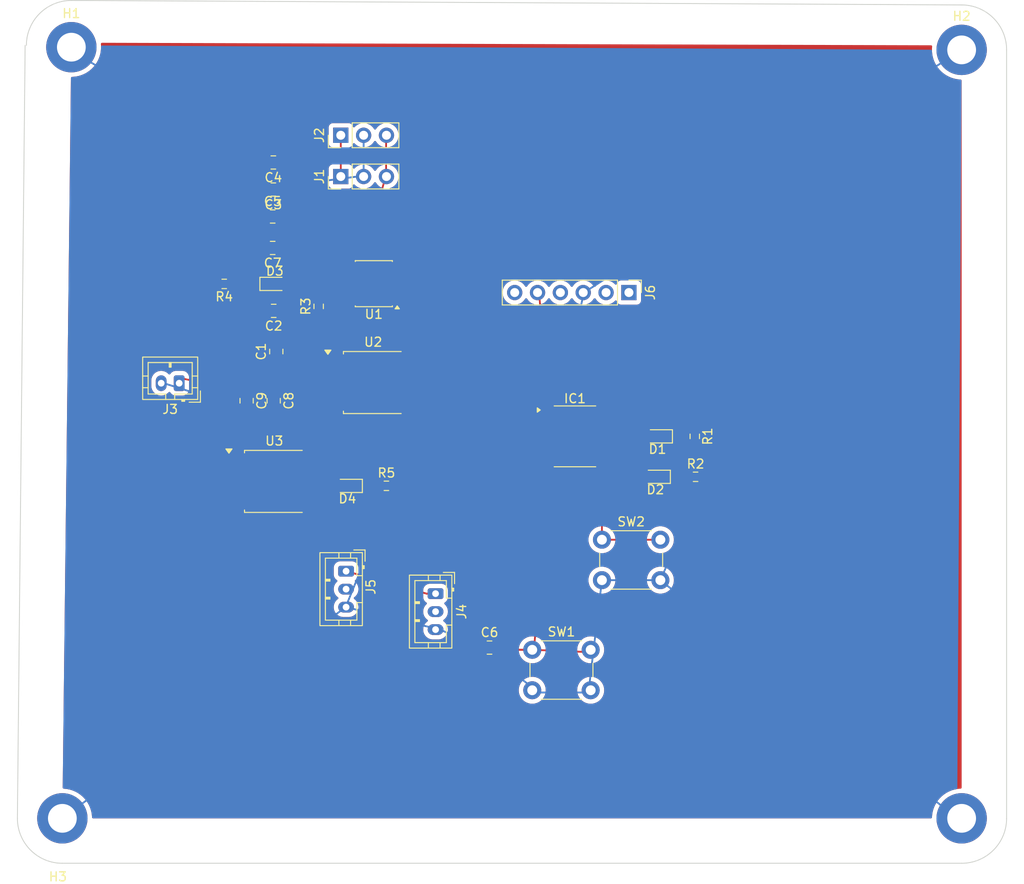
<source format=kicad_pcb>
(kicad_pcb (version 20241229) (generator "pcbnew") (generator_version "9.0")
  (layers (0 "F.Cu" signal) (2 "B.Cu" signal) (13 "F.Paste" user) (15 "B.Paste" user) (5 "F.SilkS" user "F.Silkscreen") (7 "B.SilkS" user "B.Silkscreen") (1 "F.Mask" user) (3 "B.Mask" user) (25 "Edge.Cuts" user))
  (net 0 "")
  (net 1 "ALIM_Trans")
  (net 2 "GND")
  (net 3 "VDD{slash}VDDA")
  (net 4 "NRST")
  (net 5 "Net-(D1-K)")
  (net 6 "Green_LED")
  (net 7 "Net-(D2-K)")
  (net 8 "LED_MOTEUR")
  (net 9 "Net-(D3-K)")
  (net 10 "Net-(D4-K)")
  (net 13 "FDCAN1_TX")
  (net 16 "TIM2_CH2")
  (net 18 "D_Botton")
  (net 19 "DEBUG_SWCLK")
  (net 22 "TIM2_CH1")
  (net 24 "DEBUG_SWDIO")
  (net 25 "FDCAN1_RX")
  (net 26 "CANH")
  (net 27 "CANL")
  (footprint "Capacitor_SMD:C_0805_2012Metric_Pad1.18x1.45mm_HandSolder" (layer "F.Cu") (at 120.49 89.0375 -90)
    (property "Reference" "C9" (at 0 -1.68 90) (layer "F.SilkS"))
    (property "Value" "10µF")
    (fp_line (start -0.261252 0.735) (end 0.261252 0.735) (stroke (width 0.12)) (layer "F.SilkS"))
    (fp_line (start -0.261252 -0.735) (end 0.261252 -0.735) (stroke (width 0.12)) (layer "F.SilkS"))
    (pad "1" smd roundrect (at -1.0375 0 270) (size 1.175 1.45) (layers "F.Cu" "F.Mask" "F.Paste") (roundrect_rratio 0.212766) (net 1 "ALIM_Trans"))
    (pad "2" smd roundrect (at 1.0375 0 270) (size 1.175 1.45) (layers "F.Cu" "F.Mask" "F.Paste") (roundrect_rratio 0.212766) (net 2 "GND"))
  )
  (footprint "Connector_PinHeader_2.54mm:PinHeader_1x03_P2.54mm_Vertical" (layer "F.Cu") (at 130.96 59.5 90)
    (property "Reference" "J2" (at 0 -2.38 90) (layer "F.SilkS"))
    (property "Value" "Conn_01x03_Pin")
    (fp_line (start -1.38 -1.38) (end 0 -1.38) (stroke (width 0.12)) (layer "F.SilkS"))
    (fp_line (start -1.38 0) (end -1.38 -1.38) (stroke (width 0.12)) (layer "F.SilkS"))
    (fp_line (start 1.38 1.27) (end 1.38 6.46) (stroke (width 0.12)) (layer "F.SilkS"))
    (fp_line (start -1.38 1.27) (end 1.38 1.27) (stroke (width 0.12)) (layer "F.SilkS"))
    (fp_line (start -1.38 1.27) (end -1.38 6.46) (stroke (width 0.12)) (layer "F.SilkS"))
    (fp_line (start -1.38 6.46) (end 1.38 6.46) (stroke (width 0.12)) (layer "F.SilkS"))
    (pad "1" thru_hole rect (at 0 0 90) (size 1.7 1.7) (drill 1) (layers "*.Cu" "*.Mask") (net 26 "CANH"))
    (pad "2" thru_hole circle (at 0 2.54 90) (size 1.7 1.7) (drill 1) (layers "*.Cu" "*.Mask") (net 2 "GND"))
    (pad "3" thru_hole circle (at 0 5.08 90) (size 1.7 1.7) (drill 1) (layers "*.Cu" "*.Mask") (net 27 "CANL"))
  )
  (footprint "Capacitor_SMD:C_0805_2012Metric_Pad1.18x1.45mm_HandSolder" (layer "F.Cu") (at 123.5 79.0375 180)
    (property "Reference" "C2" (at 0 -1.68 0) (layer "F.SilkS"))
    (property "Value" "10µF")
    (fp_line (start -0.261252 0.735) (end 0.261252 0.735) (stroke (width 0.12)) (layer "F.SilkS"))
    (fp_line (start -0.261252 -0.735) (end 0.261252 -0.735) (stroke (width 0.12)) (layer "F.SilkS"))
    (pad "1" smd roundrect (at -1.0375 0 180) (size 1.175 1.45) (layers "F.Cu" "F.Mask" "F.Paste") (roundrect_rratio 0.212766) (net 3 "VDD{slash}VDDA"))
    (pad "2" smd roundrect (at 1.0375 0 180) (size 1.175 1.45) (layers "F.Cu" "F.Mask" "F.Paste") (roundrect_rratio 0.212766) (net 2 "GND"))
  )
  (footprint "Capacitor_SMD:C_0805_2012Metric_Pad1.18x1.45mm_HandSolder" (layer "F.Cu") (at 123.7875 83.5625 90)
    (property "Reference" "C1" (at 0 -1.68 90) (layer "F.SilkS"))
    (property "Value" "10µF")
    (fp_line (start -0.261252 -0.735) (end 0.261252 -0.735) (stroke (width 0.12)) (layer "F.SilkS"))
    (fp_line (start -0.261252 0.735) (end 0.261252 0.735) (stroke (width 0.12)) (layer "F.SilkS"))
    (pad "1" smd roundrect (at -1.0375 0 90) (size 1.175 1.45) (layers "F.Cu" "F.Mask" "F.Paste") (roundrect_rratio 0.212766) (net 1 "ALIM_Trans"))
    (pad "2" smd roundrect (at 1.0375 0 90) (size 1.175 1.45) (layers "F.Cu" "F.Mask" "F.Paste") (roundrect_rratio 0.212766) (net 2 "GND"))
  )
  (footprint "Package_SO:SOIC-8_3.9x4.9mm_P1.27mm" (layer "F.Cu") (at 134.635 76.0125 180)
    (property "Reference" "U1" (at 0 -3.4 0) (layer "F.SilkS"))
    (property "Value" "MCP2562-E-SN")
    (fp_line (start 2.06 2.56) (end -2.06 2.56) (stroke (width 0.12)) (layer "F.SilkS"))
    (fp_line (start 2.06 2.465) (end 2.06 2.56) (stroke (width 0.12)) (layer "F.SilkS"))
    (fp_line (start 2.06 -2.56) (end 2.06 -2.465) (stroke (width 0.12)) (layer "F.SilkS"))
    (fp_line (start -2.06 2.56) (end -2.06 2.465) (stroke (width 0.12)) (layer "F.SilkS"))
    (fp_line (start -2.06 -2.465) (end -2.06 -2.56) (stroke (width 0.12)) (layer "F.SilkS"))
    (fp_line (start -2.06 -2.56) (end 2.06 -2.56) (stroke (width 0.12)) (layer "F.SilkS"))
    (fp_poly (pts (xy -2.6 -2.47) (xy -2.84 -2.8) (xy -2.36 -2.8)) (stroke (width 0.12)) (fill yes) (layer "F.SilkS"))
    (pad "1" smd roundrect (at -2.475 -1.905 180) (size 1.95 0.6) (layers "F.Cu" "F.Mask" "F.Paste") (net 13 "FDCAN1_TX"))
    (pad "2" smd roundrect (at -2.475 -0.635 180) (size 1.95 0.6) (layers "F.Cu" "F.Mask" "F.Paste") (net 2 "GND"))
    (pad "3" smd roundrect (at -2.475 0.635 180) (size 1.95 0.6) (layers "F.Cu" "F.Mask" "F.Paste") (net 1 "ALIM_Trans"))
    (pad "4" smd roundrect (at -2.475 1.905 180) (size 1.95 0.6) (layers "F.Cu" "F.Mask" "F.Paste") (net 25 "FDCAN1_RX"))
    (pad "5" smd roundrect (at 2.475 1.905 180) (size 1.95 0.6) (layers "F.Cu" "F.Mask" "F.Paste") (net 3 "VDD{slash}VDDA"))
    (pad "6" smd roundrect (at 2.475 0.635 180) (size 1.95 0.6) (layers "F.Cu" "F.Mask" "F.Paste") (net 27 "CANL"))
    (pad "7" smd roundrect (at 2.475 -0.635 180) (size 1.95 0.6) (layers "F.Cu" "F.Mask" "F.Paste") (net 26 "CANH"))
    (pad "8" smd roundrect (at 2.475 -1.905 180) (size 1.95 0.6) (layers "F.Cu" "F.Mask" "F.Paste") (net 2 "GND"))
  )
  (footprint "MountingHole:MountingHole_3.2mm_M3_DIN965_Pad" (layer "F.Cu") (at 100 135.5)
    (property "Reference" "H3" (at -0.5 6.5 0) (layer "F.SilkS"))
    (property "Value" "MountingHole_Pad")
    (pad "1" thru_hole circle (at 0 0) (size 5.6 5.6) (drill 3.2) (layers "*.Cu" "*.Mask") (net 2 "GND"))
  )
  (footprint "MountingHole:MountingHole_3.2mm_M3_DIN965_Pad" (layer "F.Cu") (at 101 49.7)
    (property "Reference" "H1" (at 0 -3.75 0) (layer "F.SilkS"))
    (property "Value" "MountingHole_Pad")
    (pad "1" thru_hole circle (at 0 0) (size 5.6 5.6) (drill 3.2) (layers "*.Cu" "*.Mask") (net 2 "GND"))
  )
  (footprint "Package_TO_SOT_SMD:TO-252-3_TabPin2" (layer "F.Cu") (at 123.565 98.0125)
    (property "Reference" "U3" (at 0 -4.5 0) (layer "F.SilkS"))
    (property "Value" "LM1117DT-5.0")
    (fp_line (start -3.31 -3.45) (end -3.31 -3.18) (stroke (width 0.12)) (layer "F.SilkS"))
    (fp_line (start -3.31 3.45) (end -3.31 3.18) (stroke (width 0.12)) (layer "F.SilkS"))
    (fp_line (start 3.11 -3.45) (end -3.31 -3.45) (stroke (width 0.12)) (layer "F.SilkS"))
    (fp_line (start 3.11 3.45) (end -3.31 3.45) (stroke (width 0.12)) (layer "F.SilkS"))
    (fp_poly (pts (xy -5.04 -3.14) (xy -5.38 -3.61) (xy -4.7 -3.61)) (stroke (width 0.12)) (fill yes) (layer "F.SilkS"))
    (pad "1" smd roundrect (at -5.04 -2.28) (size 2.2 1.2) (layers "F.Cu" "F.Mask" "F.Paste") (roundrect_rratio 0.208333) (net 2 "GND"))
    (pad "2" smd roundrect (at -5.04 0) (size 2.2 1.2) (layers "F.Cu" "F.Mask" "F.Paste") (roundrect_rratio 0.208333) (net 1 "ALIM_Trans"))
    (pad "2" smd roundrect (at 1.26 0) (size 6.4 5.8) (layers "F.Cu" "F.Mask") (roundrect_rratio 0.043103) (net 1 "ALIM_Trans"))
    (pad "3" smd roundrect (at -5.04 2.28) (size 2.2 1.2) (layers "F.Cu" "F.Mask" "F.Paste") (roundrect_rratio 0.208333) (net 1 "ALIM_Trans"))
  )
  (footprint "Button_Switch_THT:SW_PUSH_6mm" (layer "F.Cu") (at 160 104.5)
    (property "Reference" "SW2" (at 3.25 -2 0) (layer "F.SilkS"))
    (property "Value" "Debug_Botton")
    (fp_line (start -0.25 1.5) (end -0.25 3) (stroke (width 0.12)) (layer "F.SilkS"))
    (fp_line (start 1 5.5) (end 5.5 5.5) (stroke (width 0.12)) (layer "F.SilkS"))
    (fp_line (start 5.5 -1) (end 1 -1) (stroke (width 0.12)) (layer "F.SilkS"))
    (fp_line (start 6.75 3) (end 6.75 1.5) (stroke (width 0.12)) (layer "F.SilkS"))
    (pad "1" thru_hole circle (at 0 0 90) (size 2 2) (drill 1.1) (layers "*.Cu" "*.Mask") (net 18 "D_Botton"))
    (pad "1" thru_hole circle (at 6.5 0 90) (size 2 2) (drill 1.1) (layers "*.Cu" "*.Mask") (net 18 "D_Botton"))
    (pad "2" thru_hole circle (at 0 4.5 90) (size 2 2) (drill 1.1) (layers "*.Cu" "*.Mask") (net 2 "GND"))
    (pad "2" thru_hole circle (at 6.5 4.5 90) (size 2 2) (drill 1.1) (layers "*.Cu" "*.Mask") (net 2 "GND"))
  )
  (footprint "Resistor_SMD:R_0603_1608Metric_Pad0.98x0.95mm_HandSolder" (layer "F.Cu") (at 170.325 93 -90)
    (property "Reference" "R1" (at 0 -1.43 90) (layer "F.SilkS"))
    (property "Value" "330")
    (fp_line (start -0.254724 0.5225) (end 0.254724 0.5225) (stroke (width 0.12)) (layer "F.SilkS"))
    (fp_line (start -0.254724 -0.5225) (end 0.254724 -0.5225) (stroke (width 0.12)) (layer "F.SilkS"))
    (pad "1" smd roundrect (at -0.9125 0 270) (size 0.975 0.95) (layers "F.Cu" "F.Mask" "F.Paste") (net 5 "Net-(D1-K)"))
    (pad "2" smd roundrect (at 0.9125 0 270) (size 0.975 0.95) (layers "F.Cu" "F.Mask" "F.Paste") (net 2 "GND"))
  )
  (footprint "Connector_PinHeader_2.54mm:PinHeader_1x06_P2.54mm_Vertical" (layer "F.Cu") (at 163 77 -90)
    (property "Reference" "J6" (at 0 -2.38 90) (layer "F.SilkS"))
    (property "Value" "Conn_01x06_Pin")
    (fp_line (start -1.38 14.08) (end 1.38 14.08) (stroke (width 0.12)) (layer "F.SilkS"))
    (fp_line (start -1.38 1.27) (end -1.38 14.08) (stroke (width 0.12)) (layer "F.SilkS"))
    (fp_line (start -1.38 1.27) (end 1.38 1.27) (stroke (width 0.12)) (layer "F.SilkS"))
    (fp_line (start 1.38 1.27) (end 1.38 14.08) (stroke (width 0.12)) (layer "F.SilkS"))
    (fp_line (start -1.38 0) (end -1.38 -1.38) (stroke (width 0.12)) (layer "F.SilkS"))
    (fp_line (start -1.38 -1.38) (end 0 -1.38) (stroke (width 0.12)) (layer "F.SilkS"))
    (pad "1" thru_hole rect (at 0 0 270) (size 1.7 1.7) (drill 1) (layers "*.Cu" "*.Mask") (net 3 "VDD{slash}VDDA"))
    (pad "2" thru_hole circle (at 0 2.54 270) (size 1.7 1.7) (drill 1) (layers "*.Cu" "*.Mask") (net 19 "DEBUG_SWCLK"))
    (pad "3" thru_hole circle (at 0 5.08 270) (size 1.7 1.7) (drill 1) (layers "*.Cu" "*.Mask") (net 2 "GND"))
    (pad "4" thru_hole circle (at 0 7.62 270) (size 1.7 1.7) (drill 1) (layers "*.Cu" "*.Mask") (net 24 "DEBUG_SWDIO"))
    (pad "5" thru_hole circle (at 0 10.16 270) (size 1.7 1.7) (drill 1) (layers "*.Cu" "*.Mask") (net 4 "NRST"))
    (pad "6" thru_hole circle (at 0 12.7 270) (size 1.7 1.7) (drill 1) (layers "*.Cu" "*.Mask"))
  )
  (footprint "MountingHole:MountingHole_3.2mm_M3_DIN965_Pad" (layer "F.Cu") (at 200 135.5)
    (property "Reference" "H4" (hide yes))
    (property "Value" "MountingHole_Pad")
    (pad "1" thru_hole circle (at 0 0) (size 5.6 5.6) (drill 3.2) (layers "*.Cu" "*.Mask") (net 2 "GND"))
  )
  (footprint "Capacitor_SMD:C_0805_2012Metric_Pad1.18x1.45mm_HandSolder" (layer "F.Cu") (at 123.4625 62.5275 180)
    (property "Reference" "C4" (at 0 -1.68 0) (layer "F.SilkS"))
    (property "Value" "100nF")
    (fp_line (start -0.261252 0.735) (end 0.261252 0.735) (stroke (width 0.12)) (layer "F.SilkS"))
    (fp_line (start -0.261252 -0.735) (end 0.261252 -0.735) (stroke (width 0.12)) (layer "F.SilkS"))
    (pad "1" smd roundrect (at -1.0375 0 180) (size 1.175 1.45) (layers "F.Cu" "F.Mask" "F.Paste") (roundrect_rratio 0.212766) (net 3 "VDD{slash}VDDA"))
    (pad "2" smd roundrect (at 1.0375 0 180) (size 1.175 1.45) (layers "F.Cu" "F.Mask" "F.Paste") (roundrect_rratio 0.212766) (net 2 "GND"))
  )
  (footprint "Diode_SMD:D_0603_1608Metric_Pad1.05x0.95mm_HandSolder" (layer "F.Cu") (at 123.625 76.0375)
    (property "Reference" "D3" (at 0 -1.43 0) (layer "F.SilkS"))
    (property "Value" "LED_Alim")
    (fp_line (start -1.66 -0.735) (end -1.66 0.735) (stroke (width 0.12)) (layer "F.SilkS"))
    (fp_line (start -1.66 0.735) (end 0.8 0.735) (stroke (width 0.12)) (layer "F.SilkS"))
    (fp_line (start 0.8 -0.735) (end -1.66 -0.735) (stroke (width 0.12)) (layer "F.SilkS"))
    (pad "1" smd roundrect (at -0.875 0) (size 1.05 0.95) (layers "F.Cu" "F.Mask" "F.Paste") (net 9 "Net-(D3-K)"))
    (pad "2" smd roundrect (at 0.875 0) (size 1.05 0.95) (layers "F.Cu" "F.Mask" "F.Paste") (net 3 "VDD{slash}VDDA"))
  )
  (footprint "Capacitor_SMD:C_0805_2012Metric_Pad1.18x1.45mm_HandSolder" (layer "F.Cu") (at 123.4625 65.5375 180)
    (property "Reference" "C3" (at 0 -1.68 0) (layer "F.SilkS"))
    (property "Value" "4.7µF")
    (fp_line (start -0.261252 0.735) (end 0.261252 0.735) (stroke (width 0.12)) (layer "F.SilkS"))
    (fp_line (start -0.261252 -0.735) (end 0.261252 -0.735) (stroke (width 0.12)) (layer "F.SilkS"))
    (pad "1" smd roundrect (at -1.0375 0 180) (size 1.175 1.45) (layers "F.Cu" "F.Mask" "F.Paste") (roundrect_rratio 0.212766) (net 3 "VDD{slash}VDDA"))
    (pad "2" smd roundrect (at 1.0375 0 180) (size 1.175 1.45) (layers "F.Cu" "F.Mask" "F.Paste") (roundrect_rratio 0.212766) (net 2 "GND"))
  )
  (footprint "Diode_SMD:D_0603_1608Metric_Pad1.05x0.95mm_HandSolder" (layer "F.Cu") (at 131.7 98.5125 180)
    (property "Reference" "D4" (at 0 -1.43 0) (layer "F.SilkS"))
    (property "Value" "LED_Trans")
    (fp_line (start 0.8 -0.735) (end -1.66 -0.735) (stroke (width 0.12)) (layer "F.SilkS"))
    (fp_line (start -1.66 0.735) (end 0.8 0.735) (stroke (width 0.12)) (layer "F.SilkS"))
    (fp_line (start -1.66 -0.735) (end -1.66 0.735) (stroke (width 0.12)) (layer "F.SilkS"))
    (pad "1" smd roundrect (at -0.875 0 180) (size 1.05 0.95) (layers "F.Cu" "F.Mask" "F.Paste") (net 10 "Net-(D4-K)"))
    (pad "2" smd roundrect (at 0.875 0 180) (size 1.05 0.95) (layers "F.Cu" "F.Mask" "F.Paste") (net 1 "ALIM_Trans"))
  )
  (footprint "Capacitor_SMD:C_0805_2012Metric_Pad1.18x1.45mm_HandSolder" (layer "F.Cu") (at 123.5 89.0375 -90)
    (property "Reference" "C8" (at 0 -1.68 90) (layer "F.SilkS"))
    (property "Value" "10µF")
    (fp_line (start -0.261252 0.735) (end 0.261252 0.735) (stroke (width 0.12)) (layer "F.SilkS"))
    (fp_line (start -0.261252 -0.735) (end 0.261252 -0.735) (stroke (width 0.12)) (layer "F.SilkS"))
    (pad "1" smd roundrect (at -1.0375 0 270) (size 1.175 1.45) (layers "F.Cu" "F.Mask" "F.Paste") (roundrect_rratio 0.212766) (net 1 "ALIM_Trans"))
    (pad "2" smd roundrect (at 1.0375 0 270) (size 1.175 1.45) (layers "F.Cu" "F.Mask" "F.Paste") (roundrect_rratio 0.212766) (net 2 "GND"))
  )
  (footprint "Capacitor_SMD:C_0805_2012Metric_Pad1.18x1.45mm_HandSolder" (layer "F.Cu") (at 123.3875 68.5375)
    (property "Reference" "C5" (at 0 -1.68 0) (layer "F.SilkS"))
    (property "Value" "100nF")
    (fp_line (start -0.261252 -0.735) (end 0.261252 -0.735) (stroke (width 0.12)) (layer "F.SilkS"))
    (fp_line (start -0.261252 0.735) (end 0.261252 0.735) (stroke (width 0.12)) (layer "F.SilkS"))
    (pad "1" smd roundrect (at -1.0375 0) (size 1.175 1.45) (layers "F.Cu" "F.Mask" "F.Paste") (roundrect_rratio 0.212766) (net 2 "GND"))
    (pad "2" smd roundrect (at 1.0375 0) (size 1.175 1.45) (layers "F.Cu" "F.Mask" "F.Paste") (roundrect_rratio 0.212766) (net 3 "VDD{slash}VDDA"))
  )
  (footprint "Resistor_SMD:R_0603_1608Metric_Pad0.98x0.95mm_HandSolder" (layer "F.Cu") (at 170.4125 97.5)
    (property "Reference" "R2" (at 0 -1.43 0) (layer "F.SilkS"))
    (property "Value" "100")
    (fp_line (start -0.254724 -0.5225) (end 0.254724 -0.5225) (stroke (width 0.12)) (layer "F.SilkS"))
    (fp_line (start -0.254724 0.5225) (end 0.254724 0.5225) (stroke (width 0.12)) (layer "F.SilkS"))
    (pad "1" smd roundrect (at -0.9125 0) (size 0.975 0.95) (layers "F.Cu" "F.Mask" "F.Paste") (net 7 "Net-(D2-K)"))
    (pad "2" smd roundrect (at 0.9125 0) (size 0.975 0.95) (layers "F.Cu" "F.Mask" "F.Paste") (net 2 "GND"))
  )
  (footprint "Button_Switch_THT:SW_PUSH_6mm" (layer "F.Cu") (at 152.25 116.75)
    (property "Reference" "SW1" (at 3.25 -2 0) (layer "F.SilkS"))
    (property "Value" "Reset_Botton")
    (fp_line (start -0.25 1.5) (end -0.25 3) (stroke (width 0.12)) (layer "F.SilkS"))
    (fp_line (start 1 5.5) (end 5.5 5.5) (stroke (width 0.12)) (layer "F.SilkS"))
    (fp_line (start 5.5 -1) (end 1 -1) (stroke (width 0.12)) (layer "F.SilkS"))
    (fp_line (start 6.75 3) (end 6.75 1.5) (stroke (width 0.12)) (layer "F.SilkS"))
    (pad "1" thru_hole circle (at 0 0 90) (size 2 2) (drill 1.1) (layers "*.Cu" "*.Mask") (net 4 "NRST"))
    (pad "1" thru_hole circle (at 6.5 0 90) (size 2 2) (drill 1.1) (layers "*.Cu" "*.Mask") (net 4 "NRST"))
    (pad "2" thru_hole circle (at 0 4.5 90) (size 2 2) (drill 1.1) (layers "*.Cu" "*.Mask") (net 2 "GND"))
    (pad "2" thru_hole circle (at 6.5 4.5 90) (size 2 2) (drill 1.1) (layers "*.Cu" "*.Mask") (net 2 "GND"))
  )
  (footprint "Diode_SMD:D_0603_1608Metric_Pad1.05x0.95mm_HandSolder" (layer "F.Cu") (at 166.18 93 180)
    (property "Reference" "D1" (at 0 -1.43 0) (layer "F.SilkS"))
    (property "Value" "Green_LED")
    (fp_line (start 0.8 -0.735) (end -1.66 -0.735) (stroke (width 0.12)) (layer "F.SilkS"))
    (fp_line (start -1.66 0.735) (end 0.8 0.735) (stroke (width 0.12)) (layer "F.SilkS"))
    (fp_line (start -1.66 -0.735) (end -1.66 0.735) (stroke (width 0.12)) (layer "F.SilkS"))
    (pad "1" smd roundrect (at -0.875 0 180) (size 1.05 0.95) (layers "F.Cu" "F.Mask" "F.Paste") (net 5 "Net-(D1-K)"))
    (pad "2" smd roundrect (at 0.875 0 180) (size 1.05 0.95) (layers "F.Cu" "F.Mask" "F.Paste") (net 6 "Green_LED"))
  )
  (footprint "Capacitor_SMD:C_0805_2012Metric_Pad1.18x1.45mm_HandSolder" (layer "F.Cu") (at 123.3875 72.0375 180)
    (property "Reference" "C7" (at 0 -1.68 0) (layer "F.SilkS"))
    (property "Value" "100nF")
    (fp_line (start -0.261252 0.735) (end 0.261252 0.735) (stroke (width 0.12)) (layer "F.SilkS"))
    (fp_line (start -0.261252 -0.735) (end 0.261252 -0.735) (stroke (width 0.12)) (layer "F.SilkS"))
    (pad "1" smd roundrect (at -1.0375 0 180) (size 1.175 1.45) (layers "F.Cu" "F.Mask" "F.Paste") (roundrect_rratio 0.212766) (net 3 "VDD{slash}VDDA"))
    (pad "2" smd roundrect (at 1.0375 0 180) (size 1.175 1.45) (layers "F.Cu" "F.Mask" "F.Paste") (roundrect_rratio 0.212766) (net 2 "GND"))
  )
  (footprint "Connector_PinHeader_2.54mm:PinHeader_1x03_P2.54mm_Vertical" (layer "F.Cu") (at 130.96 64.09 90)
    (property "Reference" "J1" (at 0 -2.38 90) (layer "F.SilkS"))
    (property "Value" "Conn_01x03_Pin")
    (fp_line (start -1.38 -1.38) (end 0 -1.38) (stroke (width 0.12)) (layer "F.SilkS"))
    (fp_line (start -1.38 0) (end -1.38 -1.38) (stroke (width 0.12)) (layer "F.SilkS"))
    (fp_line (start 1.38 1.27) (end 1.38 6.46) (stroke (width 0.12)) (layer "F.SilkS"))
    (fp_line (start -1.38 1.27) (end 1.38 1.27) (stroke (width 0.12)) (layer "F.SilkS"))
    (fp_line (start -1.38 1.27) (end -1.38 6.46) (stroke (width 0.12)) (layer "F.SilkS"))
    (fp_line (start -1.38 6.46) (end 1.38 6.46) (stroke (width 0.12)) (layer "F.SilkS"))
    (pad "1" thru_hole rect (at 0 0 90) (size 1.7 1.7) (drill 1) (layers "*.Cu" "*.Mask") (net 26 "CANH"))
    (pad "2" thru_hole circle (at 0 2.54 90) (size 1.7 1.7) (drill 1) (layers "*.Cu" "*.Mask") (net 2 "GND"))
    (pad "3" thru_hole circle (at 0 5.08 90) (size 1.7 1.7) (drill 1) (layers "*.Cu" "*.Mask") (net 27 "CANL"))
  )
  (footprint "Package_SO:TSSOP-20_4.4x6.5mm_P0.65mm" (layer "F.Cu") (at 157 93)
    (property "Reference" "IC1" (at 0 -4.2 0) (layer "F.SilkS"))
    (property "Value" "STM32C092FCP6")
    (fp_line (start -2.31 -3.385) (end 2.31 -3.385) (stroke (width 0.12)) (layer "F.SilkS"))
    (fp_line (start 2.31 3.385) (end -2.31 3.385) (stroke (width 0.12)) (layer "F.SilkS"))
    (fp_poly (pts (xy -3.86 -2.93) (xy -4.19 -2.69) (xy -4.19 -3.17)) (stroke (width 0.12)) (fill yes) (layer "F.SilkS"))
    (pad "1" smd roundrect (at -2.8625 -2.925) (size 1.475 0.4) (layers "F.Cu" "F.Mask" "F.Paste"))
    (pad "2" smd roundrect (at -2.8625 -2.275) (size 1.475 0.4) (layers "F.Cu" "F.Mask" "F.Paste"))
    (pad "3" smd roundrect (at -2.8625 -1.625) (size 1.475 0.4) (layers "F.Cu" "F.Mask" "F.Paste"))
    (pad "4" smd roundrect (at -2.8625 -0.975) (size 1.475 0.4) (layers "F.Cu" "F.Mask" "F.Paste") (net 3 "VDD{slash}VDDA"))
    (pad "5" smd roundrect (at -2.8625 -0.325) (size 1.475 0.4) (layers "F.Cu" "F.Mask" "F.Paste") (net 2 "GND"))
    (pad "6" smd roundrect (at -2.8625 0.325) (size 1.475 0.4) (layers "F.Cu" "F.Mask" "F.Paste") (net 4 "NRST"))
    (pad "7" smd roundrect (at -2.8625 0.975) (size 1.475 0.4) (layers "F.Cu" "F.Mask" "F.Paste") (net 22 "TIM2_CH1"))
    (pad "8" smd roundrect (at -2.8625 1.625) (size 1.475 0.4) (layers "F.Cu" "F.Mask" "F.Paste") (net 16 "TIM2_CH2"))
    (pad "9" smd roundrect (at -2.8625 2.275) (size 1.475 0.4) (layers "F.Cu" "F.Mask" "F.Paste"))
    (pad "10" smd roundrect (at -2.8625 2.925) (size 1.475 0.4) (layers "F.Cu" "F.Mask" "F.Paste"))
    (pad "11" smd roundrect (at 2.8625 2.925) (size 1.475 0.4) (layers "F.Cu" "F.Mask" "F.Paste") (net 18 "D_Botton"))
    (pad "12" smd roundrect (at 2.8625 2.275) (size 1.475 0.4) (layers "F.Cu" "F.Mask" "F.Paste") (net 8 "LED_MOTEUR"))
    (pad "13" smd roundrect (at 2.8625 1.625) (size 1.475 0.4) (layers "F.Cu" "F.Mask" "F.Paste"))
    (pad "14" smd roundrect (at 2.8625 0.975) (size 1.475 0.4) (layers "F.Cu" "F.Mask" "F.Paste"))
    (pad "15" smd roundrect (at 2.8625 0.325) (size 1.475 0.4) (layers "F.Cu" "F.Mask" "F.Paste") (net 25 "FDCAN1_RX"))
    (pad "16" smd roundrect (at 2.8625 -0.325) (size 1.475 0.4) (layers "F.Cu" "F.Mask" "F.Paste") (net 6 "Green_LED"))
    (pad "17" smd roundrect (at 2.8625 -0.975) (size 1.475 0.4) (layers "F.Cu" "F.Mask" "F.Paste"))
    (pad "18" smd roundrect (at 2.8625 -1.625) (size 1.475 0.4) (layers "F.Cu" "F.Mask" "F.Paste") (net 24 "DEBUG_SWDIO"))
    (pad "19" smd roundrect (at 2.8625 -2.275) (size 1.475 0.4) (layers "F.Cu" "F.Mask" "F.Paste") (net 19 "DEBUG_SWCLK"))
    (pad "20" smd roundrect (at 2.8625 -2.925) (size 1.475 0.4) (layers "F.Cu" "F.Mask" "F.Paste") (net 13 "FDCAN1_TX"))
  )
  (footprint "Connector_JST:JST_PH_B2B-PH-K_1x02_P2.00mm_Vertical" (layer "F.Cu") (at 112.99 87.0875 180)
    (property "Reference" "J3" (at 1 -2.9 0) (layer "F.SilkS"))
    (property "Value" "Conn_Alim")
    (fp_line (start 4.06 0.8) (end 3.45 0.8) (stroke (width 0.12)) (layer "F.SilkS"))
    (fp_line (start 4.06 -0.5) (end 3.45 -0.5) (stroke (width 0.12)) (layer "F.SilkS"))
    (fp_line (start 3.45 2.3) (end 3.45 -1.2) (stroke (width 0.12)) (layer "F.SilkS"))
    (fp_line (start 3.45 -1.2) (end 1.5 -1.2) (stroke (width 0.12)) (layer "F.SilkS"))
    (fp_line (start 1.5 -1.2) (end 1.5 -1.81) (stroke (width 0.12)) (layer "F.SilkS"))
    (fp_line (start 1.1 1.8) (end 1.1 2.3) (stroke (width 0.12)) (layer "F.SilkS"))
    (fp_line (start 1 2.3) (end 1 1.8) (stroke (width 0.12)) (layer "F.SilkS"))
    (fp_line (start 0.9 2.3) (end 0.9 1.8) (stroke (width 0.12)) (layer "F.SilkS"))
    (fp_line (start 0.9 1.8) (end 1.1 1.8) (stroke (width 0.12)) (layer "F.SilkS"))
    (fp_line (start 0.5 -1.2) (end -1.45 -1.2) (stroke (width 0.12)) (layer "F.SilkS"))
    (fp_line (start 0.5 -1.81) (end 0.5 -1.2) (stroke (width 0.12)) (layer "F.SilkS"))
    (fp_line (start -0.3 -1.81) (end -0.3 -2.01) (stroke (width 0.12)) (layer "F.SilkS"))
    (fp_line (start -0.3 -1.91) (end -0.6 -1.91) (stroke (width 0.12)) (layer "F.SilkS"))
    (fp_line (start -0.3 -2.01) (end -0.6 -2.01) (stroke (width 0.12)) (layer "F.SilkS"))
    (fp_line (start -0.6 -2.01) (end -0.6 -1.81) (stroke (width 0.12)) (layer "F.SilkS"))
    (fp_line (start -1.11 -2.11) (end -2.36 -2.11) (stroke (width 0.12)) (layer "F.SilkS"))
    (fp_line (start -1.45 2.3) (end 3.45 2.3) (stroke (width 0.12)) (layer "F.SilkS"))
    (fp_line (start -1.45 -1.2) (end -1.45 2.3) (stroke (width 0.12)) (layer "F.SilkS"))
    (fp_line (start -2.06 0.8) (end -1.45 0.8) (stroke (width 0.12)) (layer "F.SilkS"))
    (fp_line (start -2.06 -0.5) (end -1.45 -0.5) (stroke (width 0.12)) (layer "F.SilkS"))
    (fp_line (start -2.36 -2.11) (end -2.36 -0.86) (stroke (width 0.12)) (layer "F.SilkS"))
    (fp_rect (start -2.06 -1.81) (end 4.06 2.91) (stroke (width 0.12)) (fill no) (layer "F.SilkS"))
    (pad "1" thru_hole roundrect (at 0 0 180) (size 1.2 1.75) (drill 0.75) (layers "*.Cu" "*.Mask") (roundrect_rratio 0.208333) (net 1 "ALIM_Trans"))
    (pad "2" thru_hole oval (at 2 0 180) (size 1.2 1.75) (drill 0.75) (layers "*.Cu" "*.Mask") (net 2 "GND"))
  )
  (footprint "Package_TO_SOT_SMD:TO-252-3_TabPin2" (layer "F.Cu") (at 134.565 87.0125)
    (property "Reference" "U2" (at 0 -4.5 0) (layer "F.SilkS"))
    (property "Value" "LM1117DT-3.3")
    (fp_line (start -3.31 -3.45) (end -3.31 -3.18) (stroke (width 0.12)) (layer "F.SilkS"))
    (fp_line (start -3.31 3.45) (end -3.31 3.18) (stroke (width 0.12)) (layer "F.SilkS"))
    (fp_line (start 3.11 -3.45) (end -3.31 -3.45) (stroke (width 0.12)) (layer "F.SilkS"))
    (fp_line (start 3.11 3.45) (end -3.31 3.45) (stroke (width 0.12)) (layer "F.SilkS"))
    (fp_poly (pts (xy -5.04 -3.14) (xy -5.38 -3.61) (xy -4.7 -3.61)) (stroke (width 0.12)) (fill yes) (layer "F.SilkS"))
    (pad "1" smd roundrect (at -5.04 -2.28) (size 2.2 1.2) (layers "F.Cu" "F.Mask" "F.Paste") (roundrect_rratio 0.208333) (net 2 "GND"))
    (pad "2" smd roundrect (at -5.04 0) (size 2.2 1.2) (layers "F.Cu" "F.Mask" "F.Paste") (roundrect_rratio 0.208333) (net 3 "VDD{slash}VDDA"))
    (pad "2" smd roundrect (at 1.26 0) (size 6.4 5.8) (layers "F.Cu" "F.Mask") (roundrect_rratio 0.043103) (net 3 "VDD{slash}VDDA"))
    (pad "3" smd roundrect (at -5.04 2.28) (size 2.2 1.2) (layers "F.Cu" "F.Mask" "F.Paste") (roundrect_rratio 0.208333) (net 1 "ALIM_Trans"))
  )
  (footprint "Connector_JST:JST_PH_B3B-PH-K_1x03_P2.00mm_Vertical" (layer "F.Cu") (at 131.55 108 -90)
    (property "Reference" "J5" (at 1.75 -2.75 90) (layer "F.SilkS"))
    (property "Value" "Conn_Laser2")
    (fp_line (start -1.45 2.3) (end 5.45 2.3) (stroke (width 0.12)) (layer "F.SilkS"))
    (fp_line (start 0.9 2.3) (end 0.9 1.8) (stroke (width 0.12)) (layer "F.SilkS"))
    (fp_line (start 1 2.3) (end 1 1.8) (stroke (width 0.12)) (layer "F.SilkS"))
    (fp_line (start 2.9 2.3) (end 2.9 1.8) (stroke (width 0.12)) (layer "F.SilkS"))
    (fp_line (start 3 2.3) (end 3 1.8) (stroke (width 0.12)) (layer "F.SilkS"))
    (fp_line (start 5.45 2.3) (end 5.45 -1.2) (stroke (width 0.12)) (layer "F.SilkS"))
    (fp_line (start 0.9 1.8) (end 1.1 1.8) (stroke (width 0.12)) (layer "F.SilkS"))
    (fp_line (start 1.1 1.8) (end 1.1 2.3) (stroke (width 0.12)) (layer "F.SilkS"))
    (fp_line (start 2.9 1.8) (end 3.1 1.8) (stroke (width 0.12)) (layer "F.SilkS"))
    (fp_line (start 3.1 1.8) (end 3.1 2.3) (stroke (width 0.12)) (layer "F.SilkS"))
    (fp_line (start -2.06 0.8) (end -1.45 0.8) (stroke (width 0.12)) (layer "F.SilkS"))
    (fp_line (start 6.06 0.8) (end 5.45 0.8) (stroke (width 0.12)) (layer "F.SilkS"))
    (fp_line (start -2.06 -0.5) (end -1.45 -0.5) (stroke (width 0.12)) (layer "F.SilkS"))
    (fp_line (start 6.06 -0.5) (end 5.45 -0.5) (stroke (width 0.12)) (layer "F.SilkS"))
    (fp_line (start -1.45 -1.2) (end -1.45 2.3) (stroke (width 0.12)) (layer "F.SilkS"))
    (fp_line (start 0.5 -1.2) (end -1.45 -1.2) (stroke (width 0.12)) (layer "F.SilkS"))
    (fp_line (start 3.5 -1.2) (end 3.5 -1.81) (stroke (width 0.12)) (layer "F.SilkS"))
    (fp_line (start 5.45 -1.2) (end 3.5 -1.2) (stroke (width 0.12)) (layer "F.SilkS"))
    (fp_line (start -0.3 -1.81) (end -0.3 -2.01) (stroke (width 0.12)) (layer "F.SilkS"))
    (fp_line (start 0.5 -1.81) (end 0.5 -1.2) (stroke (width 0.12)) (layer "F.SilkS"))
    (fp_line (start -0.3 -1.91) (end -0.6 -1.91) (stroke (width 0.12)) (layer "F.SilkS"))
    (fp_line (start -0.6 -2.01) (end -0.6 -1.81) (stroke (width 0.12)) (layer "F.SilkS"))
    (fp_line (start -0.3 -2.01) (end -0.6 -2.01) (stroke (width 0.12)) (layer "F.SilkS"))
    (fp_line (start -2.36 -2.11) (end -2.36 -0.86) (stroke (width 0.12)) (layer "F.SilkS"))
    (fp_line (start -1.11 -2.11) (end -2.36 -2.11) (stroke (width 0.12)) (layer "F.SilkS"))
    (fp_rect (start -2.06 -1.81) (end 6.06 2.91) (stroke (width 0.12)) (fill no) (layer "F.SilkS"))
    (pad "1" thru_hole roundrect (at 0 0 270) (size 1.2 1.75) (drill 0.75) (layers "*.Cu" "*.Mask") (roundrect_rratio 0.208333) (net 3 "VDD{slash}VDDA"))
    (pad "2" thru_hole oval (at 2 0 270) (size 1.2 1.75) (drill 0.75) (layers "*.Cu" "*.Mask") (net 16 "TIM2_CH2"))
    (pad "3" thru_hole oval (at 4 0 270) (size 1.2 1.75) (drill 0.75) (layers "*.Cu" "*.Mask") (net 2 "GND"))
  )
  (footprint "Diode_SMD:D_0603_1608Metric_Pad1.05x0.95mm_HandSolder" (layer "F.Cu") (at 165.95 97.5 180)
    (property "Reference" "D2" (at 0 -1.43 0) (layer "F.SilkS"))
    (property "Value" "Blue_LED")
    (fp_line (start 0.8 -0.735) (end -1.66 -0.735) (stroke (width 0.12)) (layer "F.SilkS"))
    (fp_line (start -1.66 0.735) (end 0.8 0.735) (stroke (width 0.12)) (layer "F.SilkS"))
    (fp_line (start -1.66 -0.735) (end -1.66 0.735) (stroke (width 0.12)) (layer "F.SilkS"))
    (pad "1" smd roundrect (at -0.875 0 180) (size 1.05 0.95) (layers "F.Cu" "F.Mask" "F.Paste") (net 7 "Net-(D2-K)"))
    (pad "2" smd roundrect (at 0.875 0 180) (size 1.05 0.95) (layers "F.Cu" "F.Mask" "F.Paste") (net 8 "LED_MOTEUR"))
  )
  (footprint "MountingHole:MountingHole_3.2mm_M3_DIN965_Pad" (layer "F.Cu") (at 200 50)
    (property "Reference" "H2" (at 0 -3.75 0) (layer "F.SilkS"))
    (property "Value" "MountingHole_Pad")
    (pad "1" thru_hole circle (at 0 0) (size 5.6 5.6) (drill 3.2) (layers "*.Cu" "*.Mask") (net 2 "GND"))
  )
  (footprint "Capacitor_SMD:C_0805_2012Metric_Pad1.18x1.45mm_HandSolder" (layer "F.Cu") (at 147.5 116.5)
    (property "Reference" "C6" (at 0 -1.68 0) (layer "F.SilkS"))
    (property "Value" "100nF")
    (fp_line (start -0.261252 -0.735) (end 0.261252 -0.735) (stroke (width 0.12)) (layer "F.SilkS"))
    (fp_line (start -0.261252 0.735) (end 0.261252 0.735) (stroke (width 0.12)) (layer "F.SilkS"))
    (pad "1" smd roundrect (at -1.0375 0) (size 1.175 1.45) (layers "F.Cu" "F.Mask" "F.Paste") (roundrect_rratio 0.212766) (net 2 "GND"))
    (pad "2" smd roundrect (at 1.0375 0) (size 1.175 1.45) (layers "F.Cu" "F.Mask" "F.Paste") (roundrect_rratio 0.212766) (net 4 "NRST"))
  )
  (footprint "Resistor_SMD:R_0603_1608Metric_Pad0.98x0.95mm_HandSolder" (layer "F.Cu") (at 136.035 98.5025)
    (property "Reference" "R5" (at 0 -1.43 0) (layer "F.SilkS"))
    (property "Value" "330")
    (fp_line (start -0.254724 -0.5225) (end 0.254724 -0.5225) (stroke (width 0.12)) (layer "F.SilkS"))
    (fp_line (start -0.254724 0.5225) (end 0.254724 0.5225) (stroke (width 0.12)) (layer "F.SilkS"))
    (pad "1" smd roundrect (at -0.9125 0) (size 0.975 0.95) (layers "F.Cu" "F.Mask" "F.Paste") (net 10 "Net-(D4-K)"))
    (pad "2" smd roundrect (at 0.9125 0) (size 0.975 0.95) (layers "F.Cu" "F.Mask" "F.Paste") (net 2 "GND"))
  )
  (footprint "Connector_JST:JST_PH_B3B-PH-K_1x03_P2.00mm_Vertical" (layer "F.Cu") (at 141.5 110.5 -90)
    (property "Reference" "J4" (at 2 -2.9 90) (layer "F.SilkS"))
    (property "Value" "Conn_Laser1")
    (fp_line (start -1.45 2.3) (end 5.45 2.3) (stroke (width 0.12)) (layer "F.SilkS"))
    (fp_line (start 0.9 2.3) (end 0.9 1.8) (stroke (width 0.12)) (layer "F.SilkS"))
    (fp_line (start 1 2.3) (end 1 1.8) (stroke (width 0.12)) (layer "F.SilkS"))
    (fp_line (start 2.9 2.3) (end 2.9 1.8) (stroke (width 0.12)) (layer "F.SilkS"))
    (fp_line (start 3 2.3) (end 3 1.8) (stroke (width 0.12)) (layer "F.SilkS"))
    (fp_line (start 5.45 2.3) (end 5.45 -1.2) (stroke (width 0.12)) (layer "F.SilkS"))
    (fp_line (start 0.9 1.8) (end 1.1 1.8) (stroke (width 0.12)) (layer "F.SilkS"))
    (fp_line (start 1.1 1.8) (end 1.1 2.3) (stroke (width 0.12)) (layer "F.SilkS"))
    (fp_line (start 2.9 1.8) (end 3.1 1.8) (stroke (width 0.12)) (layer "F.SilkS"))
    (fp_line (start 3.1 1.8) (end 3.1 2.3) (stroke (width 0.12)) (layer "F.SilkS"))
    (fp_line (start -2.06 0.8) (end -1.45 0.8) (stroke (width 0.12)) (layer "F.SilkS"))
    (fp_line (start 6.06 0.8) (end 5.45 0.8) (stroke (width 0.12)) (layer "F.SilkS"))
    (fp_line (start -2.06 -0.5) (end -1.45 -0.5) (stroke (width 0.12)) (layer "F.SilkS"))
    (fp_line (start 6.06 -0.5) (end 5.45 -0.5) (stroke (width 0.12)) (layer "F.SilkS"))
    (fp_line (start -1.45 -1.2) (end -1.45 2.3) (stroke (width 0.12)) (layer "F.SilkS"))
    (fp_line (start 0.5 -1.2) (end -1.45 -1.2) (stroke (width 0.12)) (layer "F.SilkS"))
    (fp_line (start 3.5 -1.2) (end 3.5 -1.81) (stroke (width 0.12)) (layer "F.SilkS"))
    (fp_line (start 5.45 -1.2) (end 3.5 -1.2) (stroke (width 0.12)) (layer "F.SilkS"))
    (fp_line (start -0.3 -1.81) (end -0.3 -2.01) (stroke (width 0.12)) (layer "F.SilkS"))
    (fp_line (start 0.5 -1.81) (end 0.5 -1.2) (stroke (width 0.12)) (layer "F.SilkS"))
    (fp_line (start -0.3 -1.91) (end -0.6 -1.91) (stroke (width 0.12)) (layer "F.SilkS"))
    (fp_line (start -0.6 -2.01) (end -0.6 -1.81) (stroke (width 0.12)) (layer "F.SilkS"))
    (fp_line (start -0.3 -2.01) (end -0.6 -2.01) (stroke (width 0.12)) (layer "F.SilkS"))
    (fp_line (start -2.36 -2.11) (end -2.36 -0.86) (stroke (width 0.12)) (layer "F.SilkS"))
    (fp_line (start -1.11 -2.11) (end -2.36 -2.11) (stroke (width 0.12)) (layer "F.SilkS"))
    (fp_rect (start -2.06 -1.81) (end 6.06 2.91) (stroke (width 0.12)) (fill no) (layer "F.SilkS"))
    (pad "1" thru_hole roundrect (at 0 0 270) (size 1.2 1.75) (drill 0.75) (layers "*.Cu" "*.Mask") (roundrect_rratio 0.208333) (net 3 "VDD{slash}VDDA"))
    (pad "2" thru_hole oval (at 2 0 270) (size 1.2 1.75) (drill 0.75) (layers "*.Cu" "*.Mask") (net 22 "TIM2_CH1"))
    (pad "3" thru_hole oval (at 4 0 270) (size 1.2 1.75) (drill 0.75) (layers "*.Cu" "*.Mask") (net 2 "GND"))
  )
  (footprint "Resistor_SMD:R_0603_1608Metric_Pad0.98x0.95mm_HandSolder" (layer "F.Cu") (at 118 76.0375 180)
    (property "Reference" "R4" (at 0 -1.43 0) (layer "F.SilkS"))
    (property "Value" "330")
    (fp_line (start -0.254724 0.5225) (end 0.254724 0.5225) (stroke (width 0.12)) (layer "F.SilkS"))
    (fp_line (start -0.254724 -0.5225) (end 0.254724 -0.5225) (stroke (width 0.12)) (layer "F.SilkS"))
    (pad "1" smd roundrect (at -0.9125 0 180) (size 0.975 0.95) (layers "F.Cu" "F.Mask" "F.Paste") (net 9 "Net-(D3-K)"))
    (pad "2" smd roundrect (at 0.9125 0 180) (size 0.975 0.95) (layers "F.Cu" "F.Mask" "F.Paste") (net 2 "GND"))
  )
  (footprint "Resistor_SMD:R_0603_1608Metric_Pad0.98x0.95mm_HandSolder" (layer "F.Cu") (at 128.5 78.5375 90)
    (property "Reference" "R3" (at 0 -1.43 90) (layer "F.SilkS"))
    (property "Value" "120")
    (fp_line (start -0.254724 -0.5225) (end 0.254724 -0.5225) (stroke (width 0.12)) (layer "F.SilkS"))
    (fp_line (start -0.254724 0.5225) (end 0.254724 0.5225) (stroke (width 0.12)) (layer "F.SilkS"))
    (pad "1" smd roundrect (at -0.9125 0 90) (size 0.975 0.95) (layers "F.Cu" "F.Mask" "F.Paste") (net 26 "CANH"))
    (pad "2" smd roundrect (at 0.9125 0 90) (size 0.975 0.95) (layers "F.Cu" "F.Mask" "F.Paste") (net 27 "CANL"))
  )
  (gr_line (start 166.5 104.5) (end 160 104.5) (stroke (width 0.2)) (layer "F.Cu") (net 18))
  (gr_line (start 165.5 93) (end 167 93) (stroke (width 0.2)) (layer "F.Cu"))
  (gr_line (start 124.5 65.5375) (end 124.5 69) (stroke (width 0.2)) (layer "F.Cu") (net 3))
  (gr_line (start 152.5 116) (end 154.5 93.5) (stroke (width 0.2)) (layer "F.Cu"))
  (gr_line (start 167 97.5) (end 169.5 97.5) (stroke (width 0.2)) (layer "F.Cu") (net 7))
  (gr_line (start 153 77) (end 154.5 93.5) (stroke (width 0.2)) (layer "F.Cu"))
  (gr_line (start 112.99 86.5) (end 120.5 88) (stroke (width 0.2)) (layer "F.Cu"))
  (gr_line (start 119 97.94) (end 119 100) (stroke (width 0.2)) (layer "F.Cu") (net 1))
  (gr_line (start 123.5 88) (end 120.5 88) (stroke (width 0.2)) (layer "F.Cu") (net 1))
  (gr_line (start 124.5 72) (end 124.5 76) (stroke (width 0.2)) (layer "F.Cu") (net 3))
  (gr_line (start 165.5 93) (end 160 92.5) (stroke (width 0.2)) (layer "F.Cu") (net 6))
  (gr_line (start 165 97.5) (end 160.5 95.5) (stroke (width 0.2)) (layer "F.Cu") (net 8))
  (gr_line (start 124.5 76) (end 124.5 79) (stroke (width 0.2)) (layer "F.Cu"))
  (gr_line (start 152.25 116.75) (end 148.5 116.75) (stroke (width 0.2)) (layer "F.Cu"))
  (gr_line (start 140.5 110.5) (end 141 110.5) (stroke (width 0.2)) (layer "F.Cu") (net 3))
  (gr_line (start 148.5 116.75) (end 152.25 116.75) (stroke (width 0.2)) (layer "F.Cu"))
  (gr_line (start 160 104.5) (end 160 96) (stroke (width 0.2)) (layer "F.Cu") (net 18))
  (gr_line (start 128.5 79.5) (end 132 76.5) (stroke (width 0.2)) (layer "F.Cu") (net 26))
  (gr_line (start 133.725 86.94) (end 154 92) (stroke (width 0.2)) (layer "F.Cu"))
  (gr_line (start 136 64) (end 132.5 75.5) (stroke (width 0.2)) (layer "F.Cu"))
  (gr_line (start 130.087021 89.5) (end 131 98.5) (stroke (width 0.2)) (layer "F.Cu"))
  (gr_line (start 123.5 88) (end 129 89.5) (stroke (width 0.2)) (layer "F.Cu") (net 1))
  (gr_line (start 124 84.5) (end 123.5 88) (stroke (width 0.2)) (layer "F.Cu") (net 1))
  (gr_line (start 124.5 76) (end 131.5 74) (stroke (width 0.2)) (layer "F.Cu"))
  (gr_line (start 124.5 62.5) (end 124.5 65.5375) (stroke (width 0.2)) (layer "F.Cu") (net 3))
  (gr_line (start 167 93) (end 170.5 92) (stroke (width 0.2)) (layer "F.Cu"))
  (gr_line (start 136 59.5) (end 136 64) (stroke (width 0.2)) (layer "F.Cu") (net 27))
  (gr_line (start 132.5 98.5) (end 135 98.5) (stroke (width 0.2)) (layer "F.Cu") (net 10))
  (gr_line (start 124.5 69) (end 124.5 72) (stroke (width 0.2)) (layer "F.Cu") (net 3))
  (gr_line (start 131 98.5) (end 127 98.5) (stroke (width 0.2)) (layer "F.Cu") (net 1))
  (gr_line (start 140.5 110.5) (end 131.55 108) (stroke (width 0.2)) (layer "F.Cu") (net 3))
  (gr_line (start 158.5 117) (end 152.25 116.75) (stroke (width 0.2)) (layer "F.Cu"))
  (gr_line (start 137.5 75.5) (end 130.5 89) (stroke (width 0.2)) (layer "F.Cu"))
  (gr_line (start 129.5 87) (end 124.5 79.5) (stroke (width 0.2)) (layer "F.Cu"))
  (gr_line (start 129.5 87) (end 133.725 86.94) (stroke (width 0.2)) (layer "F.Cu"))
  (gr_line (start 130.96 60) (end 130.96 64.09) (stroke (width 0.2)) (layer "F.Cu"))
  (gr_line (start 128.5 77.5) (end 131.5 75.5) (stroke (width 0.2)) (layer "F.Cu"))
  (gr_line (start 124.5 98.0125) (end 119 97.94) (stroke (width 0.2)) (layer "F.Cu") (net 1))
  (gr_line (start 133.5 59.5) (end 133.5 64) (stroke (width 0.2)) (layer "B.Cu") (net 2))
  (gr_line (start 166.5 109) (end 160 109) (stroke (width 0.2)) (layer "B.Cu") (net 2))
  (gr_line (start 122 68.5) (end 122 65.5) (stroke (width 0.2)) (layer "B.Cu"))
  (gr_line (start 171.5 97.5) (end 166.5 109) (stroke (width 0.2)) (layer "B.Cu") (net 2))
  (gr_line (start 122.5 79) (end 117 76) (stroke (width 0.2)) (layer "B.Cu"))
  (gr_line (start 137 98.5) (end 129.5 84.5) (stroke (width 0.2)) (layer "B.Cu"))
  (gr_line (start 133.5 64) (end 122 65.5) (stroke (width 0.2)) (layer "B.Cu"))
  (gr_line (start 124 82.5) (end 123.5 90) (stroke (width 0.2)) (layer "B.Cu"))
  (gr_line (start 124 82.5) (end 122.5 79) (stroke (width 0.2)) (layer "B.Cu"))
  (gr_line (start 131.5 112) (end 100 135.5) (stroke (width 0.2)) (layer "B.Cu"))
  (gr_line (start 129.5 84.5) (end 124 82.5) (stroke (width 0.2)) (layer "B.Cu"))
  (gr_line (start 158 77) (end 154.5 92.5) (stroke (width 0.2)) (layer "B.Cu") (net 2))
  (gr_line (start 129.5 84.5) (end 132 78) (stroke (width 0.2)) (layer "B.Cu"))
  (gr_line (start 142 114.5) (end 131.5 112) (stroke (width 0.2)) (layer "B.Cu"))
  (gr_line (start 111 87) (end 120.5 90) (stroke (width 0.2)) (layer "B.Cu"))
  (gr_line (start 170.5 94) (end 171.5 97.5) (stroke (width 0.2)) (layer "B.Cu") (net 2))
  (gr_line (start 122 62.5) (end 102.5 51) (stroke (width 0.2)) (layer "B.Cu"))
  (gr_line (start 158.5 121.5) (end 153 121.5) (stroke (width 0.2)) (layer "B.Cu"))
  (gr_line (start 132 78) (end 137 77) (stroke (width 0.2)) (layer "B.Cu"))
  (gr_line (start 200 50) (end 158 77) (stroke (width 0.2)) (layer "B.Cu") (net 2))
  (gr_line (start 122 72) (end 122 68.5) (stroke (width 0.2)) (layer "B.Cu"))
  (gr_line (start 120.5 90) (end 118.5 96) (stroke (width 0.2)) (layer "B.Cu"))
  (gr_line (start 122 65.5) (end 122 62.5) (stroke (width 0.2)) (layer "B.Cu"))
  (gr_line (start 117 76) (end 122 72) (stroke (width 0.2)) (layer "B.Cu"))
  (gr_line (start 154.5 92.5) (end 170.5 94) (stroke (width 0.2)) (layer "B.Cu") (net 2))
  (gr_line (start 146.5 116.5) (end 142 114.5) (stroke (width 0.2)) (layer "B.Cu"))
  (gr_line (start 131.5 112) (end 137 98.5) (stroke (width 0.2)) (layer "B.Cu"))
  (gr_line (start 166.5 109) (end 199.5 135.5) (stroke (width 0.2)) (layer "B.Cu"))
  (gr_line (start 160 109) (end 158.5 121.5) (stroke (width 0.2)) (layer "B.Cu"))
  (gr_line (start 153 121.5) (end 146.5 116.5) (stroke (width 0.2)) (layer "B.Cu"))
  (gr_line (start 123.5 90) (end 120.5 90) (stroke (width 0.2)) (layer "B.Cu"))
  (gr_line (start 101 44.5) (end 200 45) (stroke (width 0.1)) (layer "Edge.Cuts"))
  (gr_line (start 100 140.5) (end 200 140.5) (stroke (width 0.1)) (layer "Edge.Cuts"))
  (gr_arc (start 205 135.5) (mid 203.535534 139.035534) (end 200 140.5) (stroke (width 0.1)) (layer "Edge.Cuts"))
  (gr_line (start 205 50) (end 205 135.5) (stroke (width 0.1)) (layer "Edge.Cuts"))
  (gr_arc (start 200 45) (mid 203.535534 46.464466) (end 205 50) (stroke (width 0.1)) (layer "Edge.Cuts"))
  (gr_arc (start 100 140.5) (mid 96.464466 139.035534) (end 95 135.5) (stroke (width 0.1)) (layer "Edge.Cuts"))
  (gr_arc (start 96 49.5) (mid 97.464466 45.964466) (end 101 44.5) (stroke (width 0.1)) (layer "Edge.Cuts"))
  (gr_line (start 95.86 49.5) (end 95 135.5) (stroke (width 0.1)) (layer "Edge.Cuts"))
  (zone (net 0) (net_name "") (layer "F.Cu") (connect_pads (clearance 0.5)) (min_thickness 0.25) (fill yes (thermal_gap 0.5) (thermal_bridge_width 0.5) (island_removal_mode 1) (island_area_min 10))
    (polygon (pts (xy 101 49.2) (xy 100 135.5) (xy 200 135.5) (xy 200 49.5)))
  )
  (zone (net 0) (net_name "") (layer "B.Cu") (priority 1) (connect_pads (clearance 0.5)) (min_thickness 0.25) (fill yes (thermal_gap 0.5) (thermal_bridge_width 0.5) (island_removal_mode 1) (island_area_min 10))
    (polygon (pts (xy 101 49.5) (xy 200 50) (xy 199.5 135.5) (xy 100 135.5)))
  )
)
</source>
